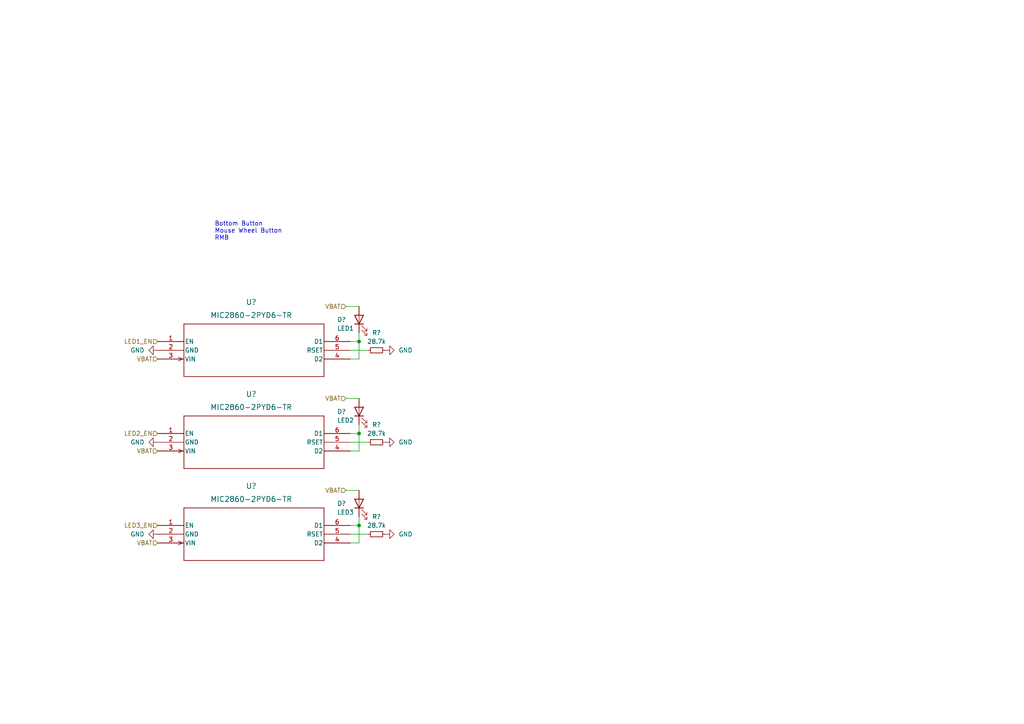
<source format=kicad_sch>
(kicad_sch (version 20211123) (generator eeschema)
  (paper "A4")
  (lib_symbols
    (symbol "Device:LED" (pin_numbers hide) (pin_names (offset 1.016) hide)
      (property "Reference" "D" (at 0 2.54 0))
      (property "Value" "LED" (at 0 -2.54 0))
      (symbol "LED_0_1"
        (polyline (pts (xy -1.27 -1.27) (xy -1.27 1.27)) (stroke (width 0.254)))
        (polyline (pts (xy -1.27 0) (xy 1.27 0)))
        (polyline (pts (xy 1.27 -1.27) (xy 1.27 1.27) (xy -1.27 0) (xy 1.27 -1.27)) (stroke (width 0.254)))
        (polyline (pts (xy -3.048 -0.762) (xy -4.572 -2.286) (xy -3.81 -2.286) (xy -4.572 -2.286) (xy -4.572 -1.524)))
        (polyline (pts (xy -1.778 -0.762) (xy -3.302 -2.286) (xy -2.54 -2.286) (xy -3.302 -2.286) (xy -3.302 -1.524)))
      )
      (symbol "LED_1_1"
        (pin passive line (at -3.81 0 0) (length 2.54) (name "K") (number "1"))
        (pin passive line (at 3.81 0 180) (length 2.54) (name "A") (number "2"))
      )
    )
    (symbol "Device:R_Small" (pin_numbers hide) (pin_names (offset 0.254) hide)
      (property "Reference" "R" (at 0.762 0.508 0))
      (property "Value" "R_Small" (at 0.762 -1.016 0))
      (symbol "R_Small_0_1"
        (rectangle (start -0.762 1.778) (end 0.762 -1.778) (stroke (width 0.2032)))
      )
      (symbol "R_Small_1_1"
        (pin passive line (at 0 2.54 270) (length 0.762) (name "~") (number "1"))
        (pin passive line (at 0 -2.54 90) (length 0.762) (name "~") (number "2"))
      )
    )
    (symbol "LED Driver:MIC2860-2PYD6-TR" (pin_names (offset 0.254))
      (property "Reference" "U" (at 27.94 10.16 0))
      (property "Value" "MIC2860-2PYD6-TR" (at 27.94 7.62 0))
      (symbol "MIC2860-2PYD6-TR_0_1"
        (polyline (pts (xy 7.0993 -5.08) (xy 6.0579 -5.6007)) (stroke (width 0.2032)))
        (polyline (pts (xy 7.0993 -5.08) (xy 6.0579 -4.5593)) (stroke (width 0.2032)))
        (polyline (pts (xy 7.62 -10.16) (xy 48.26 -10.16)) (stroke (width 0.2032)))
        (polyline (pts (xy 7.62 5.08) (xy 7.62 -10.16)) (stroke (width 0.2032)))
        (polyline (pts (xy 48.26 -10.16) (xy 48.26 5.08)) (stroke (width 0.2032)))
        (polyline (pts (xy 48.26 5.08) (xy 7.62 5.08)) (stroke (width 0.2032)))
        (pin unspecified line (at 0 0 0) (length 7.62) (name "EN") (number "1"))
        (pin power_in line (at 0 -2.54 0) (length 7.62) (name "GND") (number "2"))
        (pin input line (at 0 -5.08 0) (length 7.62) (name "VIN") (number "3"))
        (pin unspecified line (at 55.88 -5.08 180) (length 7.62) (name "D2") (number "4"))
        (pin unspecified line (at 55.88 -2.54 180) (length 7.62) (name "RSET") (number "5"))
        (pin unspecified line (at 55.88 0 180) (length 7.62) (name "D1") (number "6"))
      )
    )
    (symbol "power:GND" (power) (pin_names (offset 0))
      (property "Value" "GND" (at 0 -3.81 0))
      (symbol "GND_0_1"
        (polyline (pts (xy 0 0) (xy 0 -1.27) (xy 1.27 -1.27) (xy 0 -2.54) (xy -1.27 -1.27) (xy 0 -1.27)))
      )
      (symbol "GND_1_1"
        (pin power_in line (at 0 0 270) (length 0) hide (name "GND") (number "1"))
      )
    )
  )
  (junction (at 104.14 125.73))
  (junction (at 104.14 152.4))
  (junction (at 104.14 99.06))
  (wire (pts (xy 104.14 130.81) (xy 101.6 130.81)))
  (wire (pts (xy 104.14 157.48) (xy 101.6 157.48)))
  (wire (pts (xy 104.14 99.06) (xy 104.14 104.14)))
  (wire (pts (xy 106.68 128.27) (xy 101.6 128.27)))
  (wire (pts (xy 106.68 154.94) (xy 101.6 154.94)))
  (wire (pts (xy 106.68 101.6) (xy 101.6 101.6)))
  (wire (pts (xy 104.14 125.73) (xy 104.14 130.81)))
  (wire (pts (xy 104.14 115.57) (xy 100.33 115.57)))
  (wire (pts (xy 104.14 152.4) (xy 101.6 152.4)))
  (wire (pts (xy 104.14 152.4) (xy 104.14 157.48)))
  (wire (pts (xy 104.14 149.86) (xy 104.14 152.4)))
  (wire (pts (xy 104.14 88.9) (xy 100.33 88.9)))
  (wire (pts (xy 104.14 125.73) (xy 101.6 125.73)))
  (wire (pts (xy 104.14 96.52) (xy 104.14 99.06)))
  (wire (pts (xy 104.14 99.06) (xy 101.6 99.06)))
  (wire (pts (xy 104.14 123.19) (xy 104.14 125.73)))
  (wire (pts (xy 104.14 104.14) (xy 101.6 104.14)))
  (wire (pts (xy 104.14 142.24) (xy 100.33 142.24)))
  (text "Bottom Button\nMouse Wheel Button\nRMB\n" (at 62.23 69.85 0) (effects (font (size 1.27 1.27)) (justify left bottom)))
  (hierarchical_label "VBAT" (shape input) (at 100.33 142.24 180))
  (hierarchical_label "VBAT" (shape input) (at 100.33 88.9 180))
  (hierarchical_label "LED1_EN" (shape input) (at 45.72 99.06 180))
  (hierarchical_label "LED3_EN" (shape input) (at 45.72 152.4 180))
  (hierarchical_label "VBAT" (shape input) (at 45.72 104.14 180))
  (hierarchical_label "VBAT" (shape input) (at 45.72 157.48 180))
  (hierarchical_label "VBAT" (shape input) (at 45.72 130.81 180))
  (hierarchical_label "VBAT" (shape input) (at 100.33 115.57 180))
  (hierarchical_label "LED2_EN" (shape input) (at 45.72 125.73 180))
  (symbol (lib_id "power:GND") (at 45.72 128.27 270) (unit 1)
    (property "Reference" "#PWR?" (effects hide))
    (property "Value" "GND" (at 41.91 128.2699 90) (effects (justify right)))
  )
  (symbol (lib_id "LED Driver:MIC2860-2PYD6-TR") (at 45.72 125.73 0) (unit 1)
    (property "Reference" "U?" (at 72.8789 114.3 0) (effects (font (size 1.524 1.524))))
    (property "Value" "MIC2860-2PYD6-TR" (at 72.8789 118.11 0) (effects (font (size 1.524 1.524))))
    (property "Footprint" "TSOT-23-6_D6_MCH" (effects hide))
    (property "Datasheet" "MIC2860-2PYD6-TR" (effects hide))
  )
  (symbol (lib_id "power:GND") (at 45.72 101.6 270) (unit 1)
    (property "Reference" "#PWR?" (effects hide))
    (property "Value" "GND" (at 41.91 101.5999 90) (effects (justify right)))
  )
  (symbol (lib_id "LED Driver:MIC2860-2PYD6-TR") (at 45.72 99.06 0) (unit 1)
    (property "Reference" "U?" (at 72.8789 87.63 0) (effects (font (size 1.524 1.524))))
    (property "Value" "MIC2860-2PYD6-TR" (at 72.8789 91.44 0) (effects (font (size 1.524 1.524))))
    (property "Footprint" "TSOT-23-6_D6_MCH" (effects hide))
    (property "Datasheet" "MIC2860-2PYD6-TR" (effects hide))
  )
  (symbol (lib_id "Device:LED") (at 104.14 146.05 90) (unit 1)
    (property "Reference" "D?" (at 97.79 146.05 90) (effects (justify right)))
    (property "Value" "LED3" (at 97.79 148.59 90) (effects (justify right)))
  )
  (symbol (lib_id "power:GND") (at 111.76 128.27 90) (unit 1)
    (property "Reference" "#PWR?" (effects hide))
    (property "Value" "GND" (at 115.57 128.2699 90) (effects (justify right)))
  )
  (symbol (lib_id "Device:R_Small") (at 109.22 101.6 90) (unit 1)
    (property "Reference" "R?" (at 109.22 96.52 90))
    (property "Value" "28.7k" (at 109.22 99.06 90))
  )
  (symbol (lib_id "power:GND") (at 45.72 154.94 270) (unit 1)
    (property "Reference" "#PWR?" (effects hide))
    (property "Value" "GND" (at 41.91 154.9399 90) (effects (justify right)))
  )
  (symbol (lib_id "LED Driver:MIC2860-2PYD6-TR") (at 45.72 152.4 0) (unit 1)
    (property "Reference" "U?" (at 72.8789 140.97 0) (effects (font (size 1.524 1.524))))
    (property "Value" "MIC2860-2PYD6-TR" (at 72.8789 144.78 0) (effects (font (size 1.524 1.524))))
    (property "Footprint" "TSOT-23-6_D6_MCH" (effects hide))
    (property "Datasheet" "MIC2860-2PYD6-TR" (effects hide))
  )
  (symbol (lib_id "Device:LED") (at 104.14 92.71 90) (unit 1)
    (property "Reference" "D?" (at 97.79 92.71 90) (effects (justify right)))
    (property "Value" "LED1" (at 97.79 95.25 90) (effects (justify right)))
    (property "Footprint" "LED_SMD:LED_0603_1608Metric" (effects hide))
    (property "Datasheet" "https://www.digikey.com/en/products/detail/vishay-semiconductor-opto-division/VLMW1300-GS08/2813353" (effects hide))
  )
  (symbol (lib_id "Device:LED") (at 104.14 119.38 90) (unit 1)
    (property "Reference" "D?" (at 97.79 119.38 90) (effects (justify right)))
    (property "Value" "LED2" (at 97.79 121.92 90) (effects (justify right)))
  )
  (symbol (lib_id "power:GND") (at 111.76 154.94 90) (unit 1)
    (property "Reference" "#PWR?" (effects hide))
    (property "Value" "GND" (at 115.57 154.9399 90) (effects (justify right)))
  )
  (symbol (lib_id "power:GND") (at 111.76 101.6 90) (unit 1)
    (property "Reference" "#PWR?" (effects hide))
    (property "Value" "GND" (at 115.57 101.5999 90) (effects (justify right)))
  )
  (symbol (lib_id "Device:R_Small") (at 109.22 154.94 90) (unit 1)
    (property "Reference" "R?" (at 109.22 149.86 90))
    (property "Value" "28.7k" (at 109.22 152.4 90))
  )
  (symbol (lib_id "Device:R_Small") (at 109.22 128.27 90) (unit 1)
    (property "Reference" "R?" (at 109.22 123.19 90))
    (property "Value" "28.7k" (at 109.22 125.73 90))
  )
)
</source>
